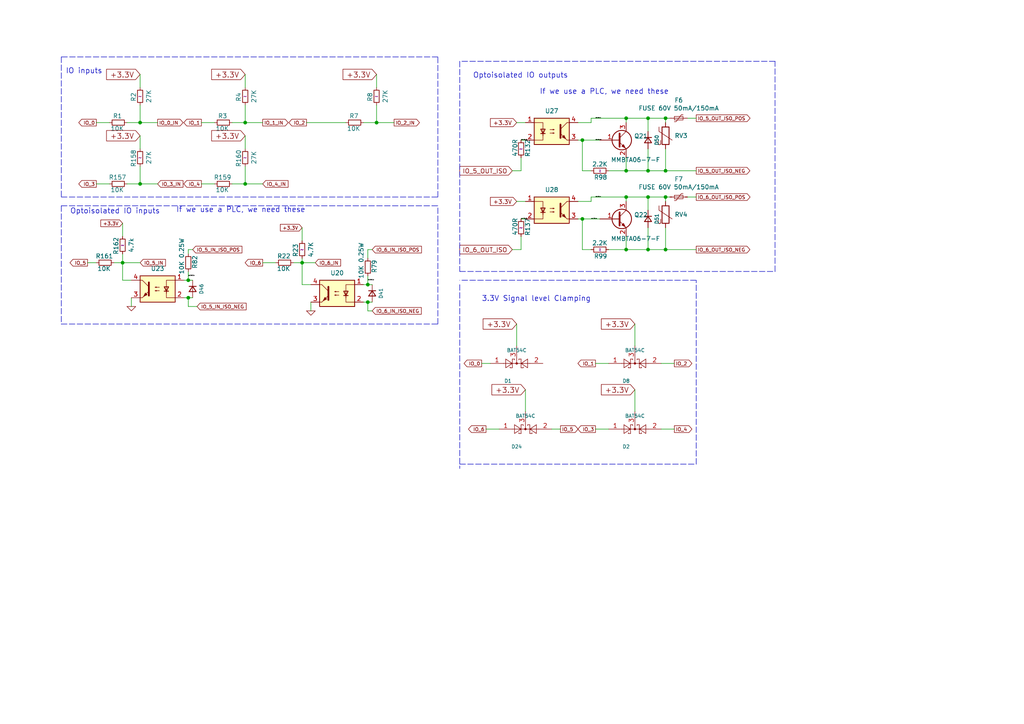
<source format=kicad_sch>
(kicad_sch (version 20250114) (generator "eeschema") (generator_version "9.0")
  (paper "A4")
  (title_block (title "Duet 3 Main Board 3DP") (date "2023-02-22") (rev "1.5") (company "3DPotter") (comment 1 "(c) 3DPotter"))
  (lib_symbols
    (symbol "Device:D_Small" (pin_numbers (hide yes)) (pin_names (offset 0.254) (hide yes))
      (property "Reference" "D" (at -1.27 2.032 0))
      (property "Value" "D_Small" (at -3.81 -2.032 0))
      (symbol "D_Small_0_1"
        (polyline (pts (xy -0.762 0) (xy 0.762 0)))
        (polyline (pts (xy -0.762 -1.016) (xy -0.762 1.016)) (stroke (width 0.254)))
        (polyline (pts (xy 0.762 -1.016) (xy -0.762 0) (xy 0.762 1.016) (xy 0.762 -1.016)) (stroke (width 0.254)))
      )
      (symbol "D_Small_1_1"
        (pin passive line (at -2.54 0 0) (length 1.778) (name "K") (number "1"))
        (pin passive line (at 2.54 0 180) (length 1.778) (name "A") (number "2"))
      )
    )
    (symbol "Device:Polyfuse_Small" (pin_numbers (hide yes)) (pin_names (offset 0))
      (property "Reference" "F" (at -1.905 0 90))
      (property "Value" "Polyfuse_Small" (at 1.905 0 90))
      (symbol "Polyfuse_Small_0_1"
        (polyline (pts (xy -1.016 1.27) (xy -1.016 0.762) (xy 1.016 -0.762) (xy 1.016 -1.27)))
        (rectangle (start -0.508 1.27) (end 0.508 -1.27))
        (polyline (pts (xy 0 2.54) (xy 0 -2.54)))
      )
      (symbol "Polyfuse_Small_1_1"
        (pin passive line (at 0 2.54 270) (length 0.635) (name "~") (number "1"))
        (pin passive line (at 0 -2.54 90) (length 0.635) (name "~") (number "2"))
      )
    )
    (symbol "Device:R_Small" (pin_numbers (hide yes)) (pin_names (offset 0.254) (hide yes))
      (property "Reference" "R" (at 0.762 0.508 0))
      (property "Value" "R_Small" (at 0.762 -1.016 0))
      (symbol "R_Small_0_1"
        (rectangle (start -0.762 1.778) (end 0.762 -1.778) (stroke (width 0.2032)))
      )
      (symbol "R_Small_1_1"
        (pin passive line (at 0 2.54 270) (length 0.762) (name "~") (number "1"))
        (pin passive line (at 0 -2.54 90) (length 0.762) (name "~") (number "2"))
      )
    )
    (symbol "Device:Varistor" (pin_numbers (hide yes)) (pin_names (offset 0))
      (property "Reference" "RV" (at 3.175 0 90))
      (property "Value" "Varistor" (at -3.175 0 90))
      (symbol "Varistor_0_0"
        (text "U" (at -1.778 -2.032 0) (effects (font (size 1.27 1.27))))
      )
      (symbol "Varistor_0_1"
        (polyline (pts (xy -1.905 2.54) (xy -1.905 1.27) (xy 1.905 -1.27)))
        (rectangle (start -1.016 -2.54) (end 1.016 2.54) (stroke (width 0.254)))
      )
      (symbol "Varistor_1_1"
        (pin passive line (at 0 3.81 270) (length 1.27) (name "~") (number "1"))
        (pin passive line (at 0 -3.81 90) (length 1.27) (name "~") (number "2"))
      )
    )
    (symbol "Diode:BAT54C" (pin_names (offset 1.016))
      (property "Reference" "D" (at 0.635 -3.81 0))
      (property "Value" "BAT54C" (at -6.35 3.175 0))
      (symbol "BAT54C_0_1"
        (polyline (pts (xy -3.175 -1.27) (xy -3.175 1.27) (xy -1.27 0) (xy -3.175 -1.27)))
        (polyline (pts (xy -1.905 1.27) (xy -1.905 1.016)))
        (polyline (pts (xy -1.905 0) (xy 1.905 0)))
        (polyline (pts (xy -1.27 1.27) (xy -1.905 1.27)))
        (polyline (pts (xy -1.27 1.27) (xy -1.27 -1.27)))
        (polyline (pts (xy -1.27 0) (xy -3.81 0)))
        (polyline (pts (xy -1.27 -1.27) (xy -0.635 -1.27)))
        (polyline (pts (xy -0.635 -1.27) (xy -0.635 -1.016)))
        (circle (center 0 0) (radius 0.254) (fill (type outline)))
        (polyline (pts (xy 0.635 -1.27) (xy 0.635 -1.016)))
        (polyline (pts (xy 1.27 1.27) (xy 1.27 -1.27)))
        (polyline (pts (xy 1.27 1.27) (xy 1.905 1.27)))
        (polyline (pts (xy 1.27 -1.27) (xy 0.635 -1.27)))
        (polyline (pts (xy 1.905 1.27) (xy 1.905 1.016)))
        (polyline (pts (xy 3.175 -1.27) (xy 3.175 1.27) (xy 1.27 0) (xy 3.175 -1.27)))
        (polyline (pts (xy 3.81 0) (xy 1.27 0)))
      )
      (symbol "BAT54C_1_1"
        (pin passive line (at -7.62 0 0) (length 3.81) (name "~") (number "1"))
        (pin passive line (at 0 -5.08 90) (length 5.08) (name "~") (number "3"))
        (pin passive line (at 7.62 0 180) (length 3.81) (name "~") (number "2"))
      )
    )
    (symbol "Duet3:GND" (power) (pin_numbers (hide yes)) (pin_names (offset 0) (hide yes))
      (symbol "GND_0_1"
        (polyline (pts (xy -1.27 0) (xy 0 -1.27) (xy 1.27 0) (xy -1.27 0)))
      )
      (symbol "GND_1_1"
        (pin power_in line (at 0 0 90) (length 0) (hide yes) (name "GND") (number "1"))
      )
    )
    (symbol "GND_1" (power) (pin_numbers (hide yes)) (pin_names (offset 0) (hide yes))
      (symbol "GND_1_0_1"
        (polyline (pts (xy -1.27 0) (xy 0 -1.27) (xy 1.27 0) (xy -1.27 0)))
      )
      (symbol "GND_1_1_1"
        (pin power_in line (at 0 0 90) (length 0) (hide yes) (name "GND") (number "1"))
      )
    )
    (symbol "Isolator:SFH617A-1" (pin_names (offset 1.016))
      (property "Reference" "U" (at -5.08 5.08 0))
      (property "Value" "SFH617A-1" (at 0 5.08 0))
      (symbol "SFH617A-1_0_1"
        (rectangle (start -5.08 3.81) (end 5.08 -3.81) (stroke (width 0.254)) (fill (type background)))
        (polyline (pts (xy -5.08 2.54) (xy -2.54 2.54) (xy -2.54 -1.27) (xy -2.54 0.635)))
        (polyline (pts (xy -3.175 -0.635) (xy -1.905 -0.635)) (stroke (width 0.254)))
        (polyline (pts (xy -2.54 -0.635) (xy -2.54 -2.54) (xy -5.08 -2.54)))
        (polyline (pts (xy -2.54 -0.635) (xy -3.175 0.635) (xy -1.905 0.635) (xy -2.54 -0.635)) (stroke (width 0.254)))
        (polyline (pts (xy -0.508 0.508) (xy 0.762 0.508) (xy 0.381 0.381) (xy 0.381 0.635) (xy 0.762 0.508)))
        (polyline (pts (xy -0.508 -0.508) (xy 0.762 -0.508) (xy 0.381 -0.635) (xy 0.381 -0.381) (xy 0.762 -0.508)))
        (polyline (pts (xy 2.54 1.905) (xy 2.54 -1.905) (xy 2.54 -1.905)) (stroke (width 0.508)))
        (polyline (pts (xy 2.54 0.635) (xy 4.445 2.54)))
        (polyline (pts (xy 3.048 -1.651) (xy 3.556 -1.143) (xy 4.064 -2.159) (xy 3.048 -1.651) (xy 3.048 -1.651)) (fill (type outline)))
        (polyline (pts (xy 4.445 2.54) (xy 5.08 2.54)))
        (polyline (pts (xy 4.445 -2.54) (xy 2.54 -0.635)) (fill (type outline)))
        (polyline (pts (xy 4.445 -2.54) (xy 5.08 -2.54)))
      )
      (symbol "SFH617A-1_1_1"
        (pin passive line (at -7.62 2.54 0) (length 2.54) (name "~") (number "1"))
        (pin passive line (at -7.62 -2.54 0) (length 2.54) (name "~") (number "2"))
        (pin passive line (at 7.62 2.54 180) (length 2.54) (name "~") (number "4"))
        (pin passive line (at 7.62 -2.54 180) (length 2.54) (name "~") (number "3"))
      )
    )
    (symbol "Transistor_BJT:BC847" (pin_names (offset 0) (hide yes))
      (property "Reference" "Q" (at 5.08 1.905 0))
      (property "Value" "BC847" (at 5.08 0 0))
      (symbol "BC847_0_1"
        (polyline (pts (xy 0.635 1.905) (xy 0.635 -1.905) (xy 0.635 -1.905)) (stroke (width 0.508)))
        (polyline (pts (xy 0.635 0.635) (xy 2.54 2.54)))
        (polyline (pts (xy 0.635 -0.635) (xy 2.54 -2.54) (xy 2.54 -2.54)))
        (circle (center 1.27 0) (radius 2.8194) (stroke (width 0.254)))
        (polyline (pts (xy 1.27 -1.778) (xy 1.778 -1.27) (xy 2.286 -2.286) (xy 1.27 -1.778) (xy 1.27 -1.778)) (fill (type outline)))
      )
      (symbol "BC847_1_1"
        (pin input line (at -5.08 0 0) (length 5.715) (name "B") (number "1"))
        (pin passive line (at 2.54 5.08 270) (length 2.54) (name "C") (number "3"))
        (pin passive line (at 2.54 -5.08 90) (length 2.54) (name "E") (number "2"))
      )
    )
  )
  (text "Optoisolated IO outputs" (at 137.16 22.86 0) (effects (font (size 1.524 1.524)) (justify left bottom)))
  (text "3.3V Signal level Clamping" (at 139.7 87.63 0) (effects (font (size 1.524 1.524)) (justify left bottom)))
  (text "If we use a PLC, we need these" (at 69.85 60.96 0) (effects (font (size 1.524 1.524))))
  (text "If we use a PLC, we need these" (at 175.26 26.67 0) (effects (font (size 1.524 1.524))))
  (text "Optoisolated IO inputs " (at 20.32 62.23 0) (effects (font (size 1.524 1.524)) (justify left bottom)))
  (text "IO inputs " (at 19.05 21.59 0) (effects (font (size 1.524 1.524)) (justify left bottom)))
  (junction (at 168.91 63.5))
  (junction (at 40.64 53.34))
  (junction (at 87.63 76.2))
  (junction (at 187.96 49.53))
  (junction (at 193.04 49.53))
  (junction (at 193.04 34.29))
  (junction (at 193.04 72.39))
  (junction (at 106.68 87.63))
  (junction (at 40.64 35.56))
  (junction (at 187.96 72.39))
  (junction (at 187.96 57.15))
  (junction (at 54.61 81.28))
  (junction (at 181.61 34.29))
  (junction (at 193.04 57.15))
  (junction (at 109.22 35.56))
  (junction (at 181.61 49.53))
  (junction (at 35.56 76.2))
  (junction (at 187.96 34.29))
  (junction (at 168.91 40.64))
  (junction (at 181.61 57.15))
  (junction (at 106.68 82.55))
  (junction (at 71.12 35.56))
  (junction (at 181.61 72.39))
  (junction (at 54.61 86.36))
  (junction (at 71.12 53.34))
  (wire (pts (xy 194.31 57.15) (xy 193.04 57.15)))
  (wire (pts (xy 187.96 38.1) (xy 187.96 34.29)))
  (wire (pts (xy 106.68 80.01) (xy 106.68 82.55)))
  (wire (pts (xy 90.17 90.17) (xy 90.17 87.63)))
  (wire (pts (xy 152.4 113.03) (xy 152.4 119.38)))
  (wire (pts (xy 40.64 35.56) (xy 45.72 35.56)))
  (wire (pts (xy 87.63 76.2) (xy 87.63 82.55)))
  (wire (pts (xy 195.58 124.46) (xy 191.77 124.46)))
  (wire (pts (xy 181.61 57.15) (xy 171.45 57.15)))
  (wire (pts (xy 57.15 88.9) (xy 54.61 88.9)))
  (wire (pts (xy 142.24 105.41) (xy 139.7 105.41)))
  (polyline (pts (xy 127 57.15) (xy 127 16.51)) (stroke (width 0) (type dash)))
  (wire (pts (xy 35.56 73.66) (xy 35.56 76.2)))
  (wire (pts (xy 167.64 63.5) (xy 168.91 63.5)))
  (wire (pts (xy 35.56 81.28) (xy 38.1 81.28)))
  (wire (pts (xy 54.61 88.9) (xy 54.61 86.36)))
  (wire (pts (xy 187.96 72.39) (xy 193.04 72.39)))
  (wire (pts (xy 149.86 35.56) (xy 152.4 35.56)))
  (wire (pts (xy 181.61 72.39) (xy 187.96 72.39)))
  (wire (pts (xy 88.9 35.56) (xy 100.33 35.56)))
  (wire (pts (xy 67.31 53.34) (xy 71.12 53.34)))
  (polyline (pts (xy 127 93.98) (xy 127 59.69)) (stroke (width 0) (type dash)))
  (wire (pts (xy 105.41 82.55) (xy 106.68 82.55)))
  (wire (pts (xy 181.61 49.53) (xy 181.61 45.72)))
  (wire (pts (xy 71.12 53.34) (xy 76.2 53.34)))
  (wire (pts (xy 148.59 49.53) (xy 151.13 49.53)))
  (wire (pts (xy 181.61 34.29) (xy 171.45 34.29)))
  (wire (pts (xy 109.22 30.48) (xy 109.22 35.56)))
  (wire (pts (xy 40.64 48.26) (xy 40.64 53.34)))
  (wire (pts (xy 172.72 124.46) (xy 176.53 124.46)))
  (wire (pts (xy 167.64 40.64) (xy 168.91 40.64)))
  (polyline (pts (xy 17.78 93.98) (xy 127 93.98)) (stroke (width 0) (type dash)))
  (wire (pts (xy 187.96 49.53) (xy 193.04 49.53)))
  (wire (pts (xy 54.61 72.39) (xy 55.88 72.39)))
  (wire (pts (xy 152.4 63.5) (xy 151.13 63.5)))
  (polyline (pts (xy 127 16.51) (xy 17.78 16.51)) (stroke (width 0) (type dash)))
  (wire (pts (xy 40.64 21.59) (xy 40.64 25.4)))
  (wire (pts (xy 149.86 58.42) (xy 152.4 58.42)))
  (wire (pts (xy 187.96 43.18) (xy 187.96 49.53)))
  (wire (pts (xy 71.12 39.37) (xy 71.12 43.18)))
  (wire (pts (xy 184.15 93.98) (xy 184.15 100.33)))
  (wire (pts (xy 106.68 90.17) (xy 106.68 87.63)))
  (wire (pts (xy 151.13 49.53) (xy 151.13 45.72)))
  (wire (pts (xy 54.61 72.39) (xy 54.61 73.66)))
  (wire (pts (xy 38.1 88.9) (xy 38.1 86.36)))
  (wire (pts (xy 54.61 78.74) (xy 54.61 81.28)))
  (wire (pts (xy 184.15 113.03) (xy 184.15 119.38)))
  (wire (pts (xy 187.96 34.29) (xy 181.61 34.29)))
  (wire (pts (xy 71.12 30.48) (xy 71.12 35.56)))
  (wire (pts (xy 193.04 43.18) (xy 193.04 49.53)))
  (wire (pts (xy 36.83 53.34) (xy 40.64 53.34)))
  (wire (pts (xy 187.96 60.96) (xy 187.96 57.15)))
  (polyline (pts (xy 17.78 16.51) (xy 17.78 57.15)) (stroke (width 0) (type dash)))
  (wire (pts (xy 27.94 53.34) (xy 31.75 53.34)))
  (polyline (pts (xy 17.78 59.69) (xy 127 59.69)) (stroke (width 0) (type dash)))
  (polyline (pts (xy 224.79 78.74) (xy 224.79 17.78)) (stroke (width 0) (type dash)))
  (wire (pts (xy 171.45 58.42) (xy 167.64 58.42)))
  (wire (pts (xy 152.4 40.64) (xy 151.13 40.64)))
  (wire (pts (xy 36.83 35.56) (xy 40.64 35.56)))
  (wire (pts (xy 168.91 40.64) (xy 173.99 40.64)))
  (polyline (pts (xy 224.79 17.78) (xy 133.35 17.78)) (stroke (width 0) (type dash)))
  (wire (pts (xy 105.41 87.63) (xy 106.68 87.63)))
  (polyline (pts (xy 17.78 57.15) (xy 127 57.15)) (stroke (width 0) (type dash)))
  (wire (pts (xy 54.61 81.28) (xy 55.88 81.28)))
  (wire (pts (xy 76.2 76.2) (xy 80.01 76.2)))
  (wire (pts (xy 106.68 87.63) (xy 107.95 87.63)))
  (wire (pts (xy 67.31 35.56) (xy 71.12 35.56)))
  (wire (pts (xy 171.45 57.15) (xy 171.45 58.42)))
  (wire (pts (xy 35.56 64.77) (xy 35.56 68.58)))
  (wire (pts (xy 71.12 48.26) (xy 71.12 53.34)))
  (wire (pts (xy 201.93 34.29) (xy 199.39 34.29)))
  (polyline (pts (xy 17.78 59.69) (xy 17.78 93.98)) (stroke (width 0) (type dash)))
  (wire (pts (xy 53.34 81.28) (xy 54.61 81.28)))
  (wire (pts (xy 106.68 72.39) (xy 107.95 72.39)))
  (wire (pts (xy 172.72 105.41) (xy 176.53 105.41)))
  (wire (pts (xy 148.59 72.39) (xy 151.13 72.39)))
  (wire (pts (xy 87.63 76.2) (xy 91.44 76.2)))
  (wire (pts (xy 195.58 105.41) (xy 191.77 105.41)))
  (wire (pts (xy 193.04 72.39) (xy 201.93 72.39)))
  (wire (pts (xy 201.93 57.15) (xy 199.39 57.15)))
  (wire (pts (xy 193.04 34.29) (xy 187.96 34.29)))
  (wire (pts (xy 106.68 82.55) (xy 107.95 82.55)))
  (wire (pts (xy 193.04 57.15) (xy 187.96 57.15)))
  (wire (pts (xy 40.64 30.48) (xy 40.64 35.56)))
  (wire (pts (xy 151.13 72.39) (xy 151.13 68.58)))
  (wire (pts (xy 194.31 34.29) (xy 193.04 34.29)))
  (wire (pts (xy 168.91 40.64) (xy 168.91 49.53)))
  (wire (pts (xy 193.04 57.15) (xy 193.04 58.42)))
  (polyline (pts (xy 201.93 81.28) (xy 133.35 81.28)) (stroke (width 0) (type dash)))
  (wire (pts (xy 71.12 35.56) (xy 76.2 35.56)))
  (wire (pts (xy 87.63 82.55) (xy 90.17 82.55)))
  (wire (pts (xy 87.63 66.04) (xy 87.63 69.85)))
  (wire (pts (xy 193.04 66.04) (xy 193.04 72.39)))
  (wire (pts (xy 193.04 49.53) (xy 201.93 49.53)))
  (wire (pts (xy 58.42 35.56) (xy 62.23 35.56)))
  (polyline (pts (xy 201.93 134.62) (xy 201.93 81.28)) (stroke (width 0) (type dash)))
  (wire (pts (xy 181.61 57.15) (xy 181.61 58.42)))
  (wire (pts (xy 105.41 35.56) (xy 109.22 35.56)))
  (wire (pts (xy 181.61 72.39) (xy 181.61 68.58)))
  (wire (pts (xy 176.53 49.53) (xy 181.61 49.53)))
  (wire (pts (xy 168.91 72.39) (xy 171.45 72.39)))
  (wire (pts (xy 162.56 124.46) (xy 160.02 124.46)))
  (wire (pts (xy 58.42 53.34) (xy 62.23 53.34)))
  (wire (pts (xy 54.61 86.36) (xy 55.88 86.36)))
  (wire (pts (xy 35.56 76.2) (xy 35.56 81.28)))
  (wire (pts (xy 181.61 34.29) (xy 181.61 35.56)))
  (wire (pts (xy 171.45 34.29) (xy 171.45 35.56)))
  (wire (pts (xy 140.97 124.46) (xy 144.78 124.46)))
  (wire (pts (xy 168.91 49.53) (xy 171.45 49.53)))
  (wire (pts (xy 107.95 90.17) (xy 106.68 90.17)))
  (wire (pts (xy 40.64 39.37) (xy 40.64 43.18)))
  (wire (pts (xy 27.94 35.56) (xy 31.75 35.56)))
  (wire (pts (xy 35.56 76.2) (xy 40.64 76.2)))
  (wire (pts (xy 176.53 72.39) (xy 181.61 72.39)))
  (wire (pts (xy 171.45 35.56) (xy 167.64 35.56)))
  (wire (pts (xy 168.91 63.5) (xy 173.99 63.5)))
  (wire (pts (xy 25.4 76.2) (xy 27.94 76.2)))
  (wire (pts (xy 53.34 86.36) (xy 54.61 86.36)))
  (wire (pts (xy 168.91 63.5) (xy 168.91 72.39)))
  (wire (pts (xy 181.61 49.53) (xy 187.96 49.53)))
  (wire (pts (xy 193.04 34.29) (xy 193.04 35.56)))
  (wire (pts (xy 187.96 57.15) (xy 181.61 57.15)))
  (polyline (pts (xy 133.35 134.62) (xy 201.93 134.62)) (stroke (width 0) (type dash)))
  (wire (pts (xy 33.02 76.2) (xy 35.56 76.2)))
  (wire (pts (xy 106.68 72.39) (xy 106.68 74.93)))
  (polyline (pts (xy 133.35 17.78) (xy 133.35 78.74)) (stroke (width 0) (type dash)))
  (wire (pts (xy 85.09 76.2) (xy 87.63 76.2)))
  (wire (pts (xy 149.86 93.98) (xy 149.86 100.33)))
  (wire (pts (xy 109.22 35.56) (xy 114.3 35.56)))
  (polyline (pts (xy 133.35 82.55) (xy 133.35 135.89)) (stroke (width 0) (type dash)))
  (wire (pts (xy 40.64 53.34) (xy 45.72 53.34)))
  (wire (pts (xy 87.63 74.93) (xy 87.63 76.2)))
  (wire (pts (xy 109.22 21.59) (xy 109.22 25.4)))
  (polyline (pts (xy 133.35 78.74) (xy 224.79 78.74)) (stroke (width 0) (type dash)))
  (wire (pts (xy 71.12 21.59) (xy 71.12 25.4)))
  (wire (pts (xy 187.96 66.04) (xy 187.96 72.39)))
  (label "opt_io6_pin" (at 151.13 63.5 0) (effects (font (size 0.2032 0.2032))))
  (label "opt_io6_oc" (at 171.45 63.5 0) (effects (font (size 0.2032 0.2032))))
  (label "opt_io5_i_p" (at 54.61 80.01 0) (effects (font (size 0.2032 0.2032))))
  (label "opt_io5_oc" (at 172.72 40.64 0) (effects (font (size 0.2032 0.2032))))
  (label "opt_io5_o" (at 172.72 34.29 0) (effects (font (size 0.2032 0.2032))))
  (label "opt_io6_i_p" (at 106.68 81.28 0) (effects (font (size 0.2032 0.2032))))
  (label "opt_io6_o" (at 172.72 57.15 0) (effects (font (size 0.2032 0.2032))))
  (label "opt_io5_pin" (at 151.13 40.64 0) (effects (font (size 0.2032 0.2032))))
  (global_label "IO_6_OUT_ISO" (shape input) (at 148.59 72.39 180) (property "Intersheetrefs" "${INTERSHEET_REFS}" (effects (hide yes))))
  (global_label "+3.3V" (shape input) (at 149.86 93.98 180) (effects (font (size 1.524 1.524))) (property "Intersheetrefs" "${INTERSHEET_REFS}" (effects (hide yes))))
  (global_label "IO_1" (shape output) (at 172.72 105.41 180) (effects (font (size 0.9906 0.9906))) (property "Intersheetrefs" "${INTERSHEET_REFS}" (effects (hide yes))))
  (global_label "IO_6" (shape output) (at 140.97 124.46 180) (effects (font (size 0.9906 0.9906))) (property "Intersheetrefs" "${INTERSHEET_REFS}" (effects (hide yes))))
  (global_label "IO_0" (shape output) (at 27.94 35.56 180) (effects (font (size 0.9906 0.9906))) (property "Intersheetrefs" "${INTERSHEET_REFS}" (effects (hide yes))))
  (global_label "+3.3V" (shape input) (at 152.4 113.03 180) (effects (font (size 1.524 1.524))) (property "Intersheetrefs" "${INTERSHEET_REFS}" (effects (hide yes))))
  (global_label "IO_6_IN_ISO_NEG" (shape input) (at 107.95 90.17 0) (effects (font (size 0.9906 0.9906))) (property "Intersheetrefs" "${INTERSHEET_REFS}" (effects (hide yes))))
  (global_label "IO_5_IN" (shape input) (at 40.64 76.2 0) (effects (font (size 0.9906 0.9906))) (property "Intersheetrefs" "${INTERSHEET_REFS}" (effects (hide yes))))
  (global_label "+3.3V" (shape input) (at 184.15 113.03 180) (effects (font (size 1.524 1.524))) (property "Intersheetrefs" "${INTERSHEET_REFS}" (effects (hide yes))))
  (global_label "+3.3V" (shape input) (at 40.64 21.59 180) (effects (font (size 1.524 1.524))) (property "Intersheetrefs" "${INTERSHEET_REFS}" (effects (hide yes))))
  (global_label "IO_6" (shape output) (at 76.2 76.2 180) (effects (font (size 0.9906 0.9906))) (property "Intersheetrefs" "${INTERSHEET_REFS}" (effects (hide yes))))
  (global_label "IO_5_IN_ISO_NEG" (shape input) (at 57.15 88.9 0) (effects (font (size 0.9906 0.9906))) (property "Intersheetrefs" "${INTERSHEET_REFS}" (effects (hide yes))))
  (global_label "IO_0_IN" (shape output) (at 45.72 35.56 0) (effects (font (size 0.9906 0.9906))) (property "Intersheetrefs" "${INTERSHEET_REFS}" (effects (hide yes))))
  (global_label "+3.3V" (shape input) (at 87.63 66.04 180) (effects (font (size 0.9906 0.9906))) (property "Intersheetrefs" "${INTERSHEET_REFS}" (effects (hide yes))))
  (global_label "IO_2" (shape output) (at 88.9 35.56 180) (effects (font (size 0.9906 0.9906))) (property "Intersheetrefs" "${INTERSHEET_REFS}" (effects (hide yes))))
  (global_label "IO_6_IN_ISO_POS" (shape input) (at 107.95 72.39 0) (effects (font (size 0.9906 0.9906))) (property "Intersheetrefs" "${INTERSHEET_REFS}" (effects (hide yes))))
  (global_label "IO_1_IN" (shape output) (at 76.2 35.56 0) (effects (font (size 0.9906 0.9906))) (property "Intersheetrefs" "${INTERSHEET_REFS}" (effects (hide yes))))
  (global_label "+3.3V" (shape input) (at 184.15 93.98 180) (effects (font (size 1.524 1.524))) (property "Intersheetrefs" "${INTERSHEET_REFS}" (effects (hide yes))))
  (global_label "+3.3V" (shape input) (at 149.86 35.56 180) (effects (font (size 1.1938 1.1938))) (property "Intersheetrefs" "${INTERSHEET_REFS}" (effects (hide yes))))
  (global_label "IO_5_IN_ISO_POS" (shape input) (at 55.88 72.39 0) (effects (font (size 0.9906 0.9906))) (property "Intersheetrefs" "${INTERSHEET_REFS}" (effects (hide yes))))
  (global_label "IO_5_OUT_ISO_POS" (shape output) (at 201.93 34.29 0) (effects (font (size 0.9906 0.9906))) (property "Intersheetrefs" "${INTERSHEET_REFS}" (effects (hide yes))))
  (global_label "IO_6_OUT_ISO_NEG" (shape output) (at 201.93 72.39 0) (effects (font (size 0.9906 0.9906))) (property "Intersheetrefs" "${INTERSHEET_REFS}" (effects (hide yes))))
  (global_label "IO_3" (shape output) (at 27.94 53.34 180) (effects (font (size 0.9906 0.9906))) (property "Intersheetrefs" "${INTERSHEET_REFS}" (effects (hide yes))))
  (global_label "+3.3V" (shape input) (at 35.56 64.77 180) (effects (font (size 0.9906 0.9906))) (property "Intersheetrefs" "${INTERSHEET_REFS}" (effects (hide yes))))
  (global_label "IO_5" (shape output) (at 162.56 124.46 0) (effects (font (size 0.9906 0.9906))) (property "Intersheetrefs" "${INTERSHEET_REFS}" (effects (hide yes))))
  (global_label "IO_3" (shape output) (at 172.72 124.46 180) (effects (font (size 0.9906 0.9906))) (property "Intersheetrefs" "${INTERSHEET_REFS}" (effects (hide yes))))
  (global_label "IO_1" (shape output) (at 58.42 35.56 180) (effects (font (size 0.9906 0.9906))) (property "Intersheetrefs" "${INTERSHEET_REFS}" (effects (hide yes))))
  (global_label "IO_4" (shape output) (at 195.58 124.46 0) (effects (font (size 0.9906 0.9906))) (property "Intersheetrefs" "${INTERSHEET_REFS}" (effects (hide yes))))
  (global_label "IO_3_IN" (shape input) (at 45.72 53.34 0) (effects (font (size 0.9906 0.9906))) (property "Intersheetrefs" "${INTERSHEET_REFS}" (effects (hide yes))))
  (global_label "+3.3V" (shape input) (at 71.12 39.37 180) (effects (font (size 1.524 1.524))) (property "Intersheetrefs" "${INTERSHEET_REFS}" (effects (hide yes))))
  (global_label "IO_6_OUT_ISO_POS" (shape output) (at 201.93 57.15 0) (effects (font (size 0.9906 0.9906))) (property "Intersheetrefs" "${INTERSHEET_REFS}" (effects (hide yes))))
  (global_label "IO_0" (shape output) (at 139.7 105.41 180) (effects (font (size 0.9906 0.9906))) (property "Intersheetrefs" "${INTERSHEET_REFS}" (effects (hide yes))))
  (global_label "IO_5_OUT_ISO_NEG" (shape output) (at 201.93 49.53 0) (effects (font (size 0.9906 0.9906))) (property "Intersheetrefs" "${INTERSHEET_REFS}" (effects (hide yes))))
  (global_label "IO_2_IN" (shape output) (at 114.3 35.56 0) (effects (font (size 0.9906 0.9906))) (property "Intersheetrefs" "${INTERSHEET_REFS}" (effects (hide yes))))
  (global_label "IO_5" (shape output) (at 25.4 76.2 180) (effects (font (size 0.9906 0.9906))) (property "Intersheetrefs" "${INTERSHEET_REFS}" (effects (hide yes))))
  (global_label "IO_4_IN" (shape input) (at 76.2 53.34 0) (effects (font (size 0.9906 0.9906))) (property "Intersheetrefs" "${INTERSHEET_REFS}" (effects (hide yes))))
  (global_label "IO_2" (shape output) (at 195.58 105.41 0) (effects (font (size 0.9906 0.9906))) (property "Intersheetrefs" "${INTERSHEET_REFS}" (effects (hide yes))))
  (global_label "IO_6_IN" (shape input) (at 91.44 76.2 0) (effects (font (size 0.9906 0.9906))) (property "Intersheetrefs" "${INTERSHEET_REFS}" (effects (hide yes))))
  (global_label "IO_5_OUT_ISO" (shape input) (at 148.59 49.53 180) (property "Intersheetrefs" "${INTERSHEET_REFS}" (effects (hide yes))))
  (global_label "+3.3V" (shape input) (at 40.64 39.37 180) (effects (font (size 1.524 1.524))) (property "Intersheetrefs" "${INTERSHEET_REFS}" (effects (hide yes))))
  (global_label "+3.3V" (shape input) (at 149.86 58.42 180) (effects (font (size 1.1938 1.1938))) (property "Intersheetrefs" "${INTERSHEET_REFS}" (effects (hide yes))))
  (global_label "+3.3V" (shape input) (at 71.12 21.59 180) (effects (font (size 1.524 1.524))) (property "Intersheetrefs" "${INTERSHEET_REFS}" (effects (hide yes))))
  (global_label "IO_4" (shape output) (at 58.42 53.34 180) (effects (font (size 0.9906 0.9906))) (property "Intersheetrefs" "${INTERSHEET_REFS}" (effects (hide yes))))
  (global_label "+3.3V" (shape input) (at 109.22 21.59 180) (effects (font (size 1.524 1.524))) (property "Intersheetrefs" "${INTERSHEET_REFS}" (effects (hide yes))))
  (symbol (lib_id "Device:R_Small") (at 34.29 35.56 90) (unit 1)
    (property "Reference" "R1" (at 34.0868 33.655 90))
    (property "Value" "10K" (at 33.9852 37.2872 90))
    (property "Footprint" "Resistor_SMD:R_0402_1005Metric_Wbry" (effects (hide yes)))
    (property "Part Number" "AC0402FR-0710KL" (effects (hide yes)))
    (property "LCSC" "C144807" (effects (hide yes)))
  )
  (symbol (lib_id "Device:R_Small") (at 40.64 27.94 180) (unit 1)
    (property "Reference" "R2" (at 38.735 28.1432 90))
    (property "Value" "27K" (at 43.18 27.94 90))
    (property "Footprint" "Resistor_SMD:R_0402_1005Metric_Wbry" (effects (hide yes)))
    (property "Datasheet" "~" (at 40.64 27.94 0) (effects (font (size 1.524 1.524))))
    (property "Part Number" "AC0402FR-0727KL" (effects (hide yes)))
    (property "LCSC" "C226390" (effects (hide yes)))
  )
  (symbol (lib_id "Diode:BAT54C") (at 149.86 105.41 0) (mirror x) (unit 1)
    (property "Reference" "D1" (at 147.32 110.49 0) (effects (font (size 1.016 1.016))))
    (property "Value" "BAT54C" (at 149.86 101.6 0) (effects (font (size 1.016 1.016))))
    (property "Footprint" "Package_TO_SOT_SMD:SOT-23" (effects (hide yes)))
    (property "Part Number" "BAT54CLT1G" (effects (hide yes)))
    (property "LCSC" "C14308" (effects (hide yes)))
  )
  (symbol (lib_id "Device:R_Small") (at 64.77 35.56 90) (unit 1)
    (property "Reference" "R3" (at 64.5668 33.655 90))
    (property "Value" "10K" (at 64.4652 37.2872 90))
    (property "Footprint" "Resistor_SMD:R_0402_1005Metric_Wbry" (effects (hide yes)))
    (property "Part Number" "AC0402FR-0710KL" (effects (hide yes)))
    (property "LCSC" "C144807" (effects (hide yes)))
  )
  (symbol (lib_id "Device:R_Small") (at 71.12 27.94 180) (unit 1)
    (property "Reference" "R4" (at 69.215 28.1432 90))
    (property "Value" "27K" (at 73.66 27.94 90))
    (property "Footprint" "Resistor_SMD:R_0402_1005Metric_Wbry" (effects (hide yes)))
    (property "Datasheet" "~" (at 71.12 27.94 0) (effects (font (size 1.524 1.524))))
    (property "Part Number" "AC0402FR-0727KL" (effects (hide yes)))
    (property "LCSC" "C226390" (effects (hide yes)))
  )
  (symbol (lib_id "Device:R_Small") (at 102.87 35.56 90) (unit 1)
    (property "Reference" "R7" (at 102.6668 33.655 90))
    (property "Value" "10K" (at 102.5652 37.2872 90))
    (property "Footprint" "Resistor_SMD:R_0402_1005Metric_Wbry" (effects (hide yes)))
    (property "Part Number" "AC0402FR-0710KL" (effects (hide yes)))
    (property "LCSC" "C144807" (effects (hide yes)))
  )
  (symbol (lib_id "Device:R_Small") (at 109.22 27.94 180) (unit 1)
    (property "Reference" "R8" (at 107.315 28.1432 90))
    (property "Value" "27K" (at 111.76 27.94 90))
    (property "Footprint" "Resistor_SMD:R_0402_1005Metric_Wbry" (effects (hide yes)))
    (property "Datasheet" "~" (at 109.22 27.94 0) (effects (font (size 1.524 1.524))))
    (property "Part Number" "AC0402FR-0727KL" (effects (hide yes)))
    (property "LCSC" "C226390" (effects (hide yes)))
  )
  (symbol (lib_id "Diode:BAT54C") (at 184.15 124.46 0) (mirror x) (unit 1)
    (property "Reference" "D2" (at 181.61 129.54 0) (effects (font (size 1.016 1.016))))
    (property "Value" "BAT54C" (at 184.15 120.65 0) (effects (font (size 1.016 1.016))))
    (property "Footprint" "Package_TO_SOT_SMD:SOT-23" (effects (hide yes)))
    (property "Part Number" "BAT54CLT1G" (effects (hide yes)))
    (property "LCSC" "C14308" (effects (hide yes)))
  )
  (symbol (lib_id "Diode:BAT54C") (at 184.15 105.41 0) (mirror x) (unit 1)
    (property "Reference" "D8" (at 181.61 110.49 0) (effects (font (size 1.016 1.016))))
    (property "Value" "BAT54C" (at 184.15 101.6 0) (effects (font (size 1.016 1.016))))
    (property "Footprint" "Package_TO_SOT_SMD:SOT-23" (effects (hide yes)))
    (property "Part Number" "BAT54CLT1G" (effects (hide yes)))
    (property "LCSC" "C14308" (effects (hide yes)))
  )
  (symbol (lib_id "Device:R_Small") (at 34.29 53.34 90) (unit 1)
    (property "Reference" "R157" (at 34.0868 51.435 90))
    (property "Value" "10K" (at 33.9852 55.0672 90))
    (property "Footprint" "Resistor_SMD:R_0402_1005Metric_Wbry" (effects (hide yes)))
    (property "Part Number" "AC0402FR-0710KL" (effects (hide yes)))
    (property "LCSC" "C144807" (effects (hide yes)))
  )
  (symbol (lib_id "Diode:BAT54C") (at 152.4 124.46 0) (mirror x) (unit 1)
    (property "Reference" "D24" (at 149.86 129.54 0) (effects (font (size 1.016 1.016))))
    (property "Value" "BAT54C" (at 152.4 120.65 0) (effects (font (size 1.016 1.016))))
    (property "Footprint" "Package_TO_SOT_SMD:SOT-23" (effects (hide yes)))
    (property "Part Number" "BAT54CLT1G" (effects (hide yes)))
    (property "LCSC" "C14308" (effects (hide yes)))
  )
  (symbol (lib_id "Device:R_Small") (at 151.13 43.18 0) (unit 1)
    (property "Reference" "R132" (at 153.035 42.9768 90))
    (property "Value" "470R" (at 149.4028 42.8752 90))
    (property "Footprint" "Resistor_SMD:R_0402_1005Metric_Wbry" (effects (hide yes)))
    (property "Datasheet" "~" (at 151.13 43.18 0) (effects (font (size 1.524 1.524))))
    (property "Part Number" "AC0402FR-07470RL" (effects (hide yes)))
    (property "LCSC" "C227095" (effects (hide yes)))
  )
  (symbol (lib_id "Device:R_Small") (at 151.13 66.04 0) (unit 1)
    (property "Reference" "R137" (at 153.035 65.8368 90))
    (property "Value" "470R" (at 149.4028 65.7352 90))
    (property "Footprint" "Resistor_SMD:R_0402_1005Metric_Wbry" (effects (hide yes)))
    (property "Datasheet" "~" (at 151.13 66.04 0) (effects (font (size 1.524 1.524))))
    (property "Part Number" "AC0402FR-07470RL" (effects (hide yes)))
    (property "LCSC" "C227095" (effects (hide yes)))
  )
  (symbol (lib_id "Device:R_Small") (at 30.48 76.2 90) (unit 1)
    (property "Reference" "R161" (at 30.2768 74.295 90))
    (property "Value" "10K" (at 30.1752 77.9272 90))
    (property "Footprint" "Resistor_SMD:R_0402_1005Metric_Wbry" (effects (hide yes)))
    (property "Part Number" "AC0402FR-0710KL" (effects (hide yes)))
    (property "LCSC" "C144807" (effects (hide yes)))
  )
  (symbol (lib_id "Device:R_Small") (at 35.56 71.12 180) (unit 1)
    (property "Reference" "R162" (at 33.655 71.3232 90))
    (property "Value" "4.7k" (at 38.1 71.12 90))
    (property "Footprint" "Resistor_SMD:R_0402_1005Metric_Wbry" (effects (hide yes)))
    (property "Datasheet" "~" (at 35.56 71.12 0) (effects (font (size 1.524 1.524))))
    (property "Part Number" "AC0402FR-074K7L" (effects (hide yes)))
    (property "LCSC" "C174364" (effects (hide yes)))
  )
  (symbol (lib_id "Isolator:SFH617A-1") (at 45.72 83.82 0) (mirror y) (unit 1)
    (property "Reference" "U23" (at 45.72 77.9018 0))
    (property "Value" "Optoisolator" (effects (hide yes)))
    (property "Footprint" "Carters_Various_Bits_and_Pieces:SOP-4_3.8x10mm_P2.54mm" (effects (hide yes)))
    (property "Part Number" "PC817X3CSP9F" (effects (hide yes)))
    (property "LCSC" "C41807" (effects (hide yes)))
    (property "RotOffset" "90" (effects (hide yes)))
    (property "PosOffset" "1.9,0" (effects (hide yes)))
  )
  (symbol (lib_name "GND_1") (lib_id "Duet3:GND") (at 38.1 88.9 0) (unit 1)
    (property "Reference" "#PWR067" (effects (hide yes)))
    (property "Value" "GND" (effects (hide yes)))
  )
  (symbol (lib_id "Device:D_Small") (at 55.88 83.82 270) (unit 1)
    (property "Reference" "D46" (at 58.42 83.82 0) (effects (font (size 1.016 1.016))))
    (property "Value" "1N4448WT" (effects (hide yes)))
    (property "Footprint" "complib:SOD-523F" (effects (hide yes)))
    (property "Part Number" "1N4448WT" (effects (hide yes)))
    (property "LCSC" "C896166" (effects (hide yes)))
  )
  (symbol (lib_id "Device:R_Small") (at 54.61 76.2 0) (unit 1)
    (property "Reference" "R82" (at 56.515 75.9968 90))
    (property "Value" "10K 0.25W" (at 52.705 74.295 90))
    (property "Footprint" "Resistor_SMD:R_0805_2012Metric" (effects (hide yes)))
    (property "Part Number" "AC0805FR-0710KL" (effects (hide yes)))
    (property "LCSC" "C140868" (effects (hide yes)))
  )
  (symbol (lib_id "Device:R_Small") (at 82.55 76.2 90) (unit 1)
    (property "Reference" "R22" (at 82.3468 74.295 90))
    (property "Value" "10K" (at 82.2452 77.9272 90))
    (property "Footprint" "Resistor_SMD:R_0402_1005Metric_Wbry" (effects (hide yes)))
    (property "Part Number" "AC0402FR-0710KL" (effects (hide yes)))
    (property "LCSC" "C144807" (effects (hide yes)))
  )
  (symbol (lib_id "Device:R_Small") (at 87.63 72.39 180) (unit 1)
    (property "Reference" "R23" (at 85.725 72.5932 90))
    (property "Value" "4.7K" (at 90.17 72.39 90))
    (property "Footprint" "Resistor_SMD:R_0402_1005Metric_Wbry" (effects (hide yes)))
    (property "Datasheet" "~" (at 87.63 72.39 0) (effects (font (size 1.524 1.524))))
    (property "Part Number" "AC0402FR-074K7L" (effects (hide yes)))
    (property "LCSC" "C174364" (effects (hide yes)))
  )
  (symbol (lib_id "Isolator:SFH617A-1") (at 97.79 85.09 0) (mirror y) (unit 1)
    (property "Reference" "U20" (at 97.79 79.1718 0))
    (property "Value" "Optoisolator" (effects (hide yes)))
    (property "Footprint" "Carters_Various_Bits_and_Pieces:SOP-4_3.8x10mm_P2.54mm" (effects (hide yes)))
    (property "Part Number" "PC817X3CSP9F" (effects (hide yes)))
    (property "LCSC" "C41807" (effects (hide yes)))
    (property "RotOffset" "90" (effects (hide yes)))
    (property "PosOffset" "1.9,0" (effects (hide yes)))
  )
  (symbol (lib_id "Duet3:GND") (at 90.17 90.17 0) (unit 1)
    (property "Reference" "#PWR044" (effects (hide yes)))
    (property "Value" "GND" (effects (hide yes)))
  )
  (symbol (lib_id "Device:D_Small") (at 107.95 85.09 270) (unit 1)
    (property "Reference" "D41" (at 110.49 85.09 0) (effects (font (size 1.016 1.016))))
    (property "Value" "1N4448WT" (effects (hide yes)))
    (property "Footprint" "complib:SOD-523F" (effects (hide yes)))
    (property "Part Number" "1N4448WT" (effects (hide yes)))
    (property "LCSC" "C896166" (effects (hide yes)))
  )
  (symbol (lib_id "Device:R_Small") (at 106.68 77.47 0) (unit 1)
    (property "Reference" "R79" (at 108.585 77.2668 90))
    (property "Value" "10K 0.25W" (at 104.775 75.565 90))
    (property "Footprint" "Resistor_SMD:R_0805_2012Metric" (effects (hide yes)))
    (property "Part Number" "AC0805FR-0710KL" (effects (hide yes)))
    (property "LCSC" "C140868" (effects (hide yes)))
  )
  (symbol (lib_id "Isolator:SFH617A-1") (at 160.02 38.1 0) (unit 1)
    (property "Reference" "U27" (at 160.02 32.1818 0))
    (property "Value" "Optoisolator" (effects (hide yes)))
    (property "Footprint" "Carters_Various_Bits_and_Pieces:SOP-4_3.8x10mm_P2.54mm" (effects (hide yes)))
    (property "Part Number" "PC817X3CSP9F" (effects (hide yes)))
    (property "LCSC" "C41807" (effects (hide yes)))
    (property "RotOffset" "90" (effects (hide yes)))
    (property "PosOffset" "1.9,0" (effects (hide yes)))
  )
  (symbol (lib_id "Device:D_Small") (at 187.96 40.64 270) (unit 1)
    (property "Reference" "D50" (at 190.5 40.64 0) (effects (font (size 1.016 1.016))))
    (property "Value" "1N4448WT" (effects (hide yes)))
    (property "Footprint" "complib:SOD-523F" (effects (hide yes)))
    (property "Part Number" "1N4448WT" (effects (hide yes)))
    (property "LCSC" "C896166" (effects (hide yes)))
  )
  (symbol (lib_id "Device:R_Small") (at 173.99 49.53 270) (unit 1)
    (property "Reference" "R98" (at 174.1932 51.435 90))
    (property "Value" "2.2K" (at 173.99 47.625 90))
    (property "Footprint" "Resistor_SMD:R_0402_1005Metric_Wbry" (effects (hide yes)))
    (property "Datasheet" "~" (at 173.99 49.53 0) (effects (font (size 1.524 1.524))))
    (property "Part Number" "AC0402FR-072K2L" (effects (hide yes)))
    (property "LCSC" "C144773" (effects (hide yes)))
  )
  (symbol (lib_id "Device:Varistor") (at 193.04 39.37 0) (unit 1)
    (property "Reference" "RV3" (at 195.6562 39.37 0) (effects (justify left)))
    (property "Value" "VE1206K121R050" (effects (hide yes)))
    (property "Footprint" "Resistor_SMD:R_1206_3216Metric" (effects (hide yes)))
    (property "Part Number" "B72520T0500K062" (effects (hide yes)))
    (property "LCSC" "C210940" (effects (hide yes)))
  )
  (symbol (lib_id "Device:Polyfuse_Small") (at 196.85 34.29 270) (unit 1)
    (property "Reference" "F6" (at 196.85 29.083 90))
    (property "Value" "FUSE 60V 50mA/150mA" (at 196.85 31.3944 90))
    (property "Footprint" "Fuse:Fuse_1206_3216Metric" (effects (hide yes)))
    (property "Part Number" "SMD1206P005TF" (effects (hide yes)))
    (property "LCSC" "C209735" (effects (hide yes)))
  )
  (symbol (lib_id "Transistor_BJT:BC847") (at 179.07 40.64 0) (unit 1)
    (property "Reference" "Q21" (at 183.896 39.4716 0) (effects (justify left)))
    (property "Value" "MMBTA06-7-F" (at 177.165 46.355 0) (effects (justify left)))
    (property "Footprint" "Package_TO_SOT_SMD:SOT-323_SC-70" (effects (hide yes)))
    (property "Part Number" "MMBTA06-7-F" (effects (hide yes)))
    (property "LCSC" "C268584" (effects (hide yes)))
    (property "RotOffset" "180" (effects (hide yes)))
  )
  (symbol (lib_id "Isolator:SFH617A-1") (at 160.02 60.96 0) (unit 1)
    (property "Reference" "U28" (at 160.02 55.0418 0))
    (property "Value" "Optoisolator" (effects (hide yes)))
    (property "Footprint" "Carters_Various_Bits_and_Pieces:SOP-4_3.8x10mm_P2.54mm" (effects (hide yes)))
    (property "Part Number" "PC817X3CSP9F" (effects (hide yes)))
    (property "LCSC" "C41807" (effects (hide yes)))
    (property "RotOffset" "90" (effects (hide yes)))
    (property "PosOffset" "1.9,0" (effects (hide yes)))
  )
  (symbol (lib_id "Device:D_Small") (at 187.96 63.5 270) (unit 1)
    (property "Reference" "D51" (at 190.5 63.5 0) (effects (font (size 1.016 1.016))))
    (property "Value" "1N4448WT" (effects (hide yes)))
    (property "Footprint" "complib:SOD-523F" (effects (hide yes)))
    (property "Part Number" "1N4448WT" (effects (hide yes)))
    (property "LCSC" "C896166" (effects (hide yes)))
  )
  (symbol (lib_id "Device:R_Small") (at 173.99 72.39 270) (unit 1)
    (property "Reference" "R99" (at 174.1932 74.295 90))
    (property "Value" "2.2K" (at 173.99 70.485 90))
    (property "Footprint" "Resistor_SMD:R_0402_1005Metric_Wbry" (effects (hide yes)))
    (property "Datasheet" "~" (at 173.99 72.39 0) (effects (font (size 1.524 1.524))))
    (property "Part Number" "AC0402FR-072K2L" (effects (hide yes)))
    (property "LCSC" "C144773" (effects (hide yes)))
  )
  (symbol (lib_id "Device:Varistor") (at 193.04 62.23 0) (unit 1)
    (property "Reference" "RV4" (at 195.6562 62.23 0) (effects (justify left)))
    (property "Value" "VE1206K121R050" (effects (hide yes)))
    (property "Footprint" "Resistor_SMD:R_1206_3216Metric" (effects (hide yes)))
    (property "Part Number" "B72520T0500K062" (effects (hide yes)))
    (property "LCSC" "C210940" (effects (hide yes)))
  )
  (symbol (lib_id "Device:Polyfuse_Small") (at 196.85 57.15 270) (unit 1)
    (property "Reference" "F7" (at 196.85 51.943 90))
    (property "Value" "FUSE 60V 50mA/150mA" (at 196.85 54.2544 90))
    (property "Footprint" "Fuse:Fuse_1206_3216Metric" (effects (hide yes)))
    (property "Part Number" "SMD1206P005TF" (effects (hide yes)))
    (property "LCSC" "C209735" (effects (hide yes)))
  )
  (symbol (lib_id "Transistor_BJT:BC847") (at 179.07 63.5 0) (unit 1)
    (property "Reference" "Q22" (at 183.896 62.3316 0) (effects (justify left)))
    (property "Value" "MMBTA06-7-F" (at 177.165 69.215 0) (effects (justify left)))
    (property "Footprint" "Package_TO_SOT_SMD:SOT-323_SC-70" (effects (hide yes)))
    (property "Part Number" "MMBTA06-7-F" (effects (hide yes)))
    (property "LCSC" "C268584" (effects (hide yes)))
    (property "RotOffset" "180" (effects (hide yes)))
  )
  (symbol (lib_id "Device:R_Small") (at 40.64 45.72 180) (unit 1)
    (property "Reference" "R158" (at 38.735 45.9232 90))
    (property "Value" "27K" (at 43.18 45.72 90))
    (property "Footprint" "Resistor_SMD:R_0402_1005Metric_Wbry" (effects (hide yes)))
    (property "Datasheet" "~" (at 40.64 45.72 0) (effects (font (size 1.524 1.524))))
    (property "Part Number" "AC0402FR-0727KL" (effects (hide yes)))
    (property "LCSC" "C226390" (effects (hide yes)))
  )
  (symbol (lib_id "Device:R_Small") (at 64.77 53.34 90) (unit 1)
    (property "Reference" "R159" (at 64.5668 51.435 90))
    (property "Value" "10K" (at 64.4652 55.0672 90))
    (property "Footprint" "Resistor_SMD:R_0402_1005Metric_Wbry" (effects (hide yes)))
    (property "Part Number" "AC0402FR-0710KL" (effects (hide yes)))
    (property "LCSC" "C144807" (effects (hide yes)))
  )
  (symbol (lib_id "Device:R_Small") (at 71.12 45.72 180) (unit 1)
    (property "Reference" "R160" (at 69.215 45.9232 90))
    (property "Value" "27K" (at 73.66 45.72 90))
    (property "Footprint" "Resistor_SMD:R_0402_1005Metric_Wbry" (effects (hide yes)))
    (property "Datasheet" "~" (at 71.12 45.72 0) (effects (font (size 1.524 1.524))))
    (property "Part Number" "AC0402FR-0727KL" (effects (hide yes)))
    (property "LCSC" "C226390" (effects (hide yes)))
  )
)
</source>
